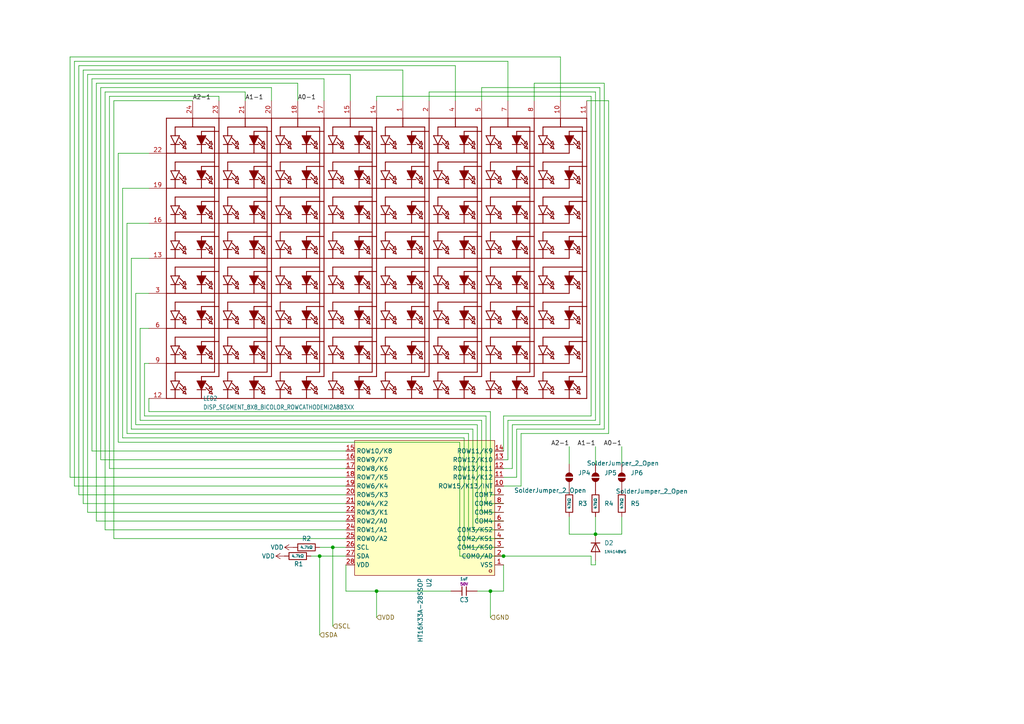
<source format=kicad_sch>
(kicad_sch (version 20250114) (generator "eeschema") (generator_version "9.0")
  (paper "A4")
  (lib_symbols
    (symbol "Jumper:SolderJumper_2_Open" (pin_numbers (hide yes)) (pin_names (offset 0) (hide yes)) (in_bom no)
      (property "Reference" "JP" (at 0 2.032 0))
      (property "Value" "SolderJumper_2_Open" (at 0 -2.54 0))
      (symbol "SolderJumper_2_Open_1_1"
        (pin passive line (at -3.81 0 0) (length 2.54) (name "A") (number "1"))
        (pin passive line (at 3.81 0 180) (length 2.54) (name "B") (number "2"))
      )
    )
    (symbol "PCM_JLCPCB-Capacitors:0603,1uF" (pin_numbers (hide yes)) (pin_names (offset 0))
      (property "Reference" "C" (at 2.032 1.668 0))
      (property "Value" "1uF" (at 2.032 -0.3782 0))
      (property "Voltage Rated" "50V" (at 2.032 -2.0462 0))
      (symbol "0603,1uF_1_1"
        (pin passive line (at 0 3.81 270) (length 3.175) (name "~") (number "1"))
        (pin passive line (at 0 -3.81 90) (length 3.175) (name "~") (number "2"))
      )
    )
    (symbol "PCM_JLCPCB-Diodes:Switching,1N4148WS" (pin_numbers (hide yes)) (pin_names (offset 0))
      (property "Reference" "D" (at 2.032 0.834 0))
      (property "Value" "1N4148WS" (at 2.032 -1.2122 0))
      (symbol "Switching,1N4148WS_1_1"
        (pin passive line (at 0 3.81 270) (length 3.81) (name "~") (number "2"))
        (pin passive line (at 0 -3.81 90) (length 3.81) (name "~") (number "1"))
      )
    )
    (symbol "PCM_JLCPCB-Resistors:0603,4.7kΩ" (pin_numbers (hide yes)) (pin_names (offset 0))
      (property "Reference" "R" (at 1.778 0 0))
      (property "Value" "4.7kΩ" (at 0 0 90))
      (symbol "0603,4.7kΩ_1_1"
        (pin passive line (at 0 3.81 270) (length 1.27) (name "~") (number "1"))
        (pin passive line (at 0 -3.81 90) (length 1.27) (name "~") (number "2"))
      )
    )
    (symbol "PCM_JLCPCB-Resistors:0603,47kΩ" (pin_numbers (hide yes)) (pin_names (offset 0))
      (property "Reference" "R" (at 1.778 0 0))
      (property "Value" "47kΩ" (at 0 0 90))
      (symbol "0603,47kΩ_1_1"
        (pin passive line (at 0 3.81 270) (length 1.27) (name "~") (number "1"))
        (pin passive line (at 0 -3.81 90) (length 1.27) (name "~") (number "2"))
      )
    )
    (symbol "custom:DISP_SEGMENT_8X8_BICOLOR_ROWCATHODEMI2A883XX"
      (property "Reference" "LED2" (at -60.96 43.18 0))
      (property "Value" "DISP_SEGMENT_8X8_BICOLOR_ROWCATHODEMI2A883XX" (at -60.96 -43.18 0))
      (symbol "DISP_SEGMENT_8X8_BICOLOR_ROWCATHODEMI2A883XX_1_0"
        (pin bidirectional line (at -66.04 30.48 0) (length 5.08) (name "K1") (number "22"))
        (pin bidirectional line (at -66.04 20.32 0) (length 5.08) (name "K2") (number "19"))
        (pin bidirectional line (at -66.04 10.16 0) (length 5.08) (name "K3") (number "16"))
        (pin bidirectional line (at -66.04 0 0) (length 5.08) (name "K4") (number "13"))
        (pin bidirectional line (at -66.04 -10.16 0) (length 5.08) (name "K5") (number "3"))
        (pin bidirectional line (at -66.04 -20.32 0) (length 5.08) (name "K6") (number "6"))
        (pin bidirectional line (at -66.04 -30.48 0) (length 5.08) (name "K7") (number "9"))
        (pin bidirectional line (at -66.04 -40.64 0) (length 5.08) (name "K8") (number "12"))
        (pin bidirectional line (at -53.34 45.72 270) (length 5.08) (name "A1") (number "24"))
        (pin bidirectional line (at -45.72 45.72 270) (length 5.08) (name "A2") (number "23"))
        (pin bidirectional line (at -38.1 45.72 270) (length 5.08) (name "A3") (number "21"))
        (pin bidirectional line (at -30.48 45.72 270) (length 5.08) (name "A4") (number "20"))
        (pin bidirectional line (at -22.86 45.72 270) (length 5.08) (name "A5") (number "18"))
        (pin bidirectional line (at -15.24 45.72 270) (length 5.08) (name "A6") (number "17"))
        (pin bidirectional line (at -7.62 45.72 270) (length 5.08) (name "A7") (number "15"))
        (pin bidirectional line (at 0 45.72 270) (length 5.08) (name "A8") (number "14"))
        (pin bidirectional line (at 7.62 45.72 270) (length 5.08) (name "A9") (number "1"))
        (pin bidirectional line (at 15.24 45.72 270) (length 5.08) (name "A10") (number "2"))
        (pin bidirectional line (at 22.86 45.72 270) (length 5.08) (name "A11") (number "4"))
        (pin bidirectional line (at 30.48 45.72 270) (length 5.08) (name "A12") (number "5"))
        (pin bidirectional line (at 38.1 45.72 270) (length 5.08) (name "A13") (number "7"))
        (pin bidirectional line (at 45.72 45.72 270) (length 5.08) (name "A14") (number "8"))
        (pin bidirectional line (at 53.34 45.72 270) (length 5.08) (name "A15") (number "10"))
        (pin bidirectional line (at 60.96 45.72 270) (length 5.08) (name "A16") (number "11"))
      )
    )
    (symbol "easyeda2kicad:HT16K33A-28SOP"
      (property "Reference" "U" (at 0 22.86 0))
      (property "Value" "HT16K33A-28SOP" (at 0 -20.32 0))
      (symbol "HT16K33A-28SOP_0_1"
        (pin unspecified line (at -22.86 17.78 0) (length 2.54) (name "VSS") (number "1"))
        (pin unspecified line (at -22.86 15.24 0) (length 2.54) (name "COM0/AD") (number "2"))
        (pin unspecified line (at -22.86 12.7 0) (length 2.54) (name "COM1/KS0") (number "3"))
        (pin unspecified line (at -22.86 10.16 0) (length 2.54) (name "COM2/KS1") (number "4"))
        (pin unspecified line (at -22.86 7.62 0) (length 2.54) (name "COM3/KS2") (number "5"))
        (pin unspecified line (at -22.86 5.08 0) (length 2.54) (name "COM4") (number "6"))
        (pin unspecified line (at -22.86 2.54 0) (length 2.54) (name "COM5") (number "7"))
        (pin unspecified line (at -22.86 0 0) (length 2.54) (name "COM6") (number "8"))
        (pin unspecified line (at -22.86 -2.54 0) (length 2.54) (name "COM7") (number "9"))
        (pin unspecified line (at -22.86 -5.08 0) (length 2.54) (name "ROW15/K13/INT") (number "10"))
        (pin unspecified line (at -22.86 -7.62 0) (length 2.54) (name "ROW14/K12") (number "11"))
        (pin unspecified line (at -22.86 -10.16 0) (length 2.54) (name "ROW13/K11") (number "12"))
        (pin unspecified line (at -22.86 -12.7 0) (length 2.54) (name "ROW12/K10") (number "13"))
        (pin unspecified line (at -22.86 -15.24 0) (length 2.54) (name "ROW11/K9") (number "14"))
        (pin unspecified line (at 22.86 17.78 180) (length 2.54) (name "VDD") (number "28"))
        (pin unspecified line (at 22.86 15.24 180) (length 2.54) (name "SDA") (number "27"))
        (pin unspecified line (at 22.86 12.7 180) (length 2.54) (name "SCL") (number "26"))
        (pin unspecified line (at 22.86 10.16 180) (length 2.54) (name "ROW0/A2") (number "25"))
        (pin unspecified line (at 22.86 7.62 180) (length 2.54) (name "ROW1/A1") (number "24"))
        (pin unspecified line (at 22.86 5.08 180) (length 2.54) (name "ROW2/A0") (number "23"))
        (pin unspecified line (at 22.86 2.54 180) (length 2.54) (name "ROW3/K1") (number "22"))
        (pin unspecified line (at 22.86 0 180) (length 2.54) (name "ROW4/K2") (number "21"))
        (pin unspecified line (at 22.86 -2.54 180) (length 2.54) (name "ROW5/K3") (number "20"))
        (pin unspecified line (at 22.86 -5.08 180) (length 2.54) (name "ROW6/K4") (number "19"))
        (pin unspecified line (at 22.86 -7.62 180) (length 2.54) (name "ROW7/K5") (number "18"))
        (pin unspecified line (at 22.86 -10.16 180) (length 2.54) (name "ROW8/K6") (number "17"))
        (pin unspecified line (at 22.86 -12.7 180) (length 2.54) (name "ROW9/K7") (number "16"))
        (pin unspecified line (at 22.86 -15.24 180) (length 2.54) (name "ROW10/K8") (number "15"))
      )
    )
    (symbol "power:VDD" (power) (pin_numbers (hide yes)) (pin_names (offset 0) (hide yes))
      (property "Value" "VDD" (at 0 3.556 0))
      (symbol "VDD_1_1"
        (pin power_in line (at 0 0 90) (length 0) (name "~") (number "1"))
      )
    )
  )
  (junction (at 142.24 171.45))
  (junction (at 109.22 171.45))
  (junction (at 146.05 161.29))
  (junction (at 172.72 154.94))
  (junction (at 92.71 161.29))
  (junction (at 96.52 158.75))
  (wire (pts (xy 101.6 21.59) (xy 25.4 21.59)))
  (wire (pts (xy 36.83 64.77) (xy 36.83 125.73)))
  (wire (pts (xy 20.32 16.51) (xy 20.32 138.43)))
  (wire (pts (xy 29.21 25.4) (xy 29.21 133.35)))
  (wire (pts (xy 63.5 27.94) (xy 63.5 29.21)))
  (wire (pts (xy 134.62 158.75) (xy 146.05 158.75)))
  (wire (pts (xy 90.17 161.29) (xy 92.71 161.29)))
  (wire (pts (xy 40.64 121.92) (xy 139.7 121.92)))
  (wire (pts (xy 39.37 123.19) (xy 138.43 123.19)))
  (wire (pts (xy 43.18 74.93) (xy 38.1 74.93)))
  (wire (pts (xy 24.13 146.05) (xy 100.33 146.05)))
  (wire (pts (xy 132.08 29.21) (xy 132.08 19.05)))
  (wire (pts (xy 139.7 121.92) (xy 139.7 148.59)))
  (wire (pts (xy 148.59 135.89) (xy 146.05 135.89)))
  (wire (pts (xy 138.43 123.19) (xy 138.43 151.13)))
  (wire (pts (xy 26.67 130.81) (xy 100.33 130.81)))
  (wire (pts (xy 175.26 24.13) (xy 175.26 124.46)))
  (wire (pts (xy 109.22 27.94) (xy 171.45 27.94)))
  (wire (pts (xy 92.71 161.29) (xy 92.71 184.15)))
  (wire (pts (xy 86.36 24.13) (xy 86.36 29.21)))
  (wire (pts (xy 92.71 158.75) (xy 96.52 158.75)))
  (wire (pts (xy 133.35 128.27) (xy 133.35 161.29)))
  (wire (pts (xy 31.75 27.94) (xy 31.75 135.89)))
  (wire (pts (xy 149.86 124.46) (xy 149.86 138.43)))
  (wire (pts (xy 31.75 135.89) (xy 100.33 135.89)))
  (wire (pts (xy 171.45 161.29) (xy 146.05 161.29)))
  (wire (pts (xy 38.1 124.46) (xy 137.16 124.46)))
  (wire (pts (xy 43.18 105.41) (xy 41.91 105.41)))
  (wire (pts (xy 25.4 21.59) (xy 25.4 148.59)))
  (wire (pts (xy 176.53 125.73) (xy 151.13 125.73)))
  (wire (pts (xy 27.94 24.13) (xy 27.94 151.13)))
  (wire (pts (xy 109.22 171.45) (xy 130.81 171.45)))
  (wire (pts (xy 109.22 29.21) (xy 109.22 27.94)))
  (wire (pts (xy 93.98 22.86) (xy 26.67 22.86)))
  (wire (pts (xy 139.7 25.4) (xy 173.99 25.4)))
  (wire (pts (xy 116.84 20.32) (xy 24.13 20.32)))
  (wire (pts (xy 146.05 120.65) (xy 146.05 130.81)))
  (wire (pts (xy 34.29 44.45) (xy 34.29 128.27)))
  (wire (pts (xy 96.52 158.75) (xy 100.33 158.75)))
  (wire (pts (xy 165.1 129.54) (xy 165.1 134.62)))
  (wire (pts (xy 176.53 29.21) (xy 176.53 125.73)))
  (wire (pts (xy 171.45 120.65) (xy 146.05 120.65)))
  (wire (pts (xy 43.18 95.25) (xy 40.64 95.25)))
  (wire (pts (xy 33.02 29.21) (xy 33.02 156.21)))
  (wire (pts (xy 135.89 156.21) (xy 146.05 156.21)))
  (wire (pts (xy 142.24 119.38) (xy 142.24 143.51)))
  (wire (pts (xy 133.35 161.29) (xy 146.05 161.29)))
  (wire (pts (xy 147.32 17.78) (xy 21.59 17.78)))
  (wire (pts (xy 21.59 140.97) (xy 100.33 140.97)))
  (wire (pts (xy 55.88 29.21) (xy 33.02 29.21)))
  (wire (pts (xy 35.56 54.61) (xy 35.56 127)))
  (wire (pts (xy 43.18 119.38) (xy 142.24 119.38)))
  (wire (pts (xy 109.22 171.45) (xy 109.22 179.07)))
  (wire (pts (xy 162.56 29.21) (xy 162.56 16.51)))
  (wire (pts (xy 172.72 121.92) (xy 147.32 121.92)))
  (wire (pts (xy 36.83 125.73) (xy 135.89 125.73)))
  (wire (pts (xy 139.7 29.21) (xy 139.7 25.4)))
  (wire (pts (xy 86.36 24.13) (xy 27.94 24.13)))
  (wire (pts (xy 165.1 154.94) (xy 165.1 149.86)))
  (wire (pts (xy 154.94 29.21) (xy 154.94 24.13)))
  (wire (pts (xy 20.32 138.43) (xy 100.33 138.43)))
  (wire (pts (xy 27.94 151.13) (xy 100.33 151.13)))
  (wire (pts (xy 172.72 129.54) (xy 172.72 134.62)))
  (wire (pts (xy 140.97 146.05) (xy 146.05 146.05)))
  (wire (pts (xy 43.18 85.09) (xy 39.37 85.09)))
  (wire (pts (xy 30.48 26.67) (xy 30.48 153.67)))
  (wire (pts (xy 22.86 143.51) (xy 100.33 143.51)))
  (wire (pts (xy 92.71 161.29) (xy 100.33 161.29)))
  (wire (pts (xy 172.72 26.67) (xy 172.72 121.92)))
  (wire (pts (xy 172.72 162.56) (xy 172.72 163.83)))
  (wire (pts (xy 137.16 153.67) (xy 146.05 153.67)))
  (wire (pts (xy 172.72 154.94) (xy 180.34 154.94)))
  (wire (pts (xy 41.91 105.41) (xy 41.91 120.65)))
  (wire (pts (xy 162.56 16.51) (xy 20.32 16.51)))
  (wire (pts (xy 41.91 120.65) (xy 140.97 120.65)))
  (wire (pts (xy 146.05 138.43) (xy 149.86 138.43)))
  (wire (pts (xy 132.08 19.05) (xy 22.86 19.05)))
  (wire (pts (xy 135.89 125.73) (xy 135.89 156.21)))
  (wire (pts (xy 101.6 29.21) (xy 101.6 21.59)))
  (wire (pts (xy 33.02 156.21) (xy 100.33 156.21)))
  (wire (pts (xy 43.18 64.77) (xy 36.83 64.77)))
  (wire (pts (xy 116.84 29.21) (xy 116.84 20.32)))
  (wire (pts (xy 142.24 171.45) (xy 146.05 171.45)))
  (wire (pts (xy 173.99 25.4) (xy 173.99 123.19)))
  (wire (pts (xy 93.98 29.21) (xy 93.98 22.86)))
  (wire (pts (xy 26.67 22.86) (xy 26.67 130.81)))
  (wire (pts (xy 147.32 133.35) (xy 146.05 133.35)))
  (wire (pts (xy 173.99 123.19) (xy 148.59 123.19)))
  (wire (pts (xy 138.43 151.13) (xy 146.05 151.13)))
  (wire (pts (xy 154.94 24.13) (xy 175.26 24.13)))
  (wire (pts (xy 142.24 143.51) (xy 146.05 143.51)))
  (wire (pts (xy 180.34 129.54) (xy 180.34 134.62)))
  (wire (pts (xy 139.7 148.59) (xy 146.05 148.59)))
  (wire (pts (xy 22.86 19.05) (xy 22.86 143.51)))
  (wire (pts (xy 172.72 163.83) (xy 171.45 163.83)))
  (wire (pts (xy 78.74 29.21) (xy 78.74 25.4)))
  (wire (pts (xy 180.34 154.94) (xy 180.34 149.86)))
  (wire (pts (xy 146.05 171.45) (xy 146.05 163.83)))
  (wire (pts (xy 24.13 20.32) (xy 24.13 146.05)))
  (wire (pts (xy 39.37 85.09) (xy 39.37 123.19)))
  (wire (pts (xy 29.21 133.35) (xy 100.33 133.35)))
  (wire (pts (xy 124.46 26.67) (xy 172.72 26.67)))
  (wire (pts (xy 38.1 74.93) (xy 38.1 124.46)))
  (wire (pts (xy 34.29 128.27) (xy 133.35 128.27)))
  (wire (pts (xy 147.32 29.21) (xy 147.32 17.78)))
  (wire (pts (xy 147.32 121.92) (xy 147.32 133.35)))
  (wire (pts (xy 30.48 153.67) (xy 100.33 153.67)))
  (wire (pts (xy 71.12 29.21) (xy 71.12 26.67)))
  (wire (pts (xy 21.59 17.78) (xy 21.59 140.97)))
  (wire (pts (xy 35.56 127) (xy 134.62 127)))
  (wire (pts (xy 138.43 171.45) (xy 142.24 171.45)))
  (wire (pts (xy 100.33 171.45) (xy 109.22 171.45)))
  (wire (pts (xy 63.5 27.94) (xy 31.75 27.94)))
  (wire (pts (xy 43.18 119.38) (xy 43.18 115.57)))
  (wire (pts (xy 134.62 127) (xy 134.62 158.75)))
  (wire (pts (xy 40.64 95.25) (xy 40.64 121.92)))
  (wire (pts (xy 151.13 140.97) (xy 146.05 140.97)))
  (wire (pts (xy 142.24 171.45) (xy 142.24 179.07)))
  (wire (pts (xy 151.13 125.73) (xy 151.13 140.97)))
  (wire (pts (xy 175.26 124.46) (xy 149.86 124.46)))
  (wire (pts (xy 171.45 27.94) (xy 171.45 120.65)))
  (wire (pts (xy 140.97 120.65) (xy 140.97 146.05)))
  (wire (pts (xy 96.52 158.75) (xy 96.52 181.61)))
  (wire (pts (xy 78.74 25.4) (xy 29.21 25.4)))
  (wire (pts (xy 43.18 44.45) (xy 34.29 44.45)))
  (wire (pts (xy 100.33 163.83) (xy 100.33 171.45)))
  (wire (pts (xy 124.46 29.21) (xy 124.46 26.67)))
  (wire (pts (xy 172.72 154.94) (xy 165.1 154.94)))
  (wire (pts (xy 137.16 124.46) (xy 137.16 153.67)))
  (wire (pts (xy 71.12 26.67) (xy 30.48 26.67)))
  (wire (pts (xy 171.45 161.29) (xy 171.45 163.83)))
  (wire (pts (xy 43.18 54.61) (xy 35.56 54.61)))
  (wire (pts (xy 25.4 148.59) (xy 100.33 148.59)))
  (wire (pts (xy 148.59 123.19) (xy 148.59 135.89)))
  (wire (pts (xy 172.72 149.86) (xy 172.72 154.94)))
  (wire (pts (xy 170.18 29.21) (xy 176.53 29.21)))
  (label "A0-1" (at 180.34 129.54 180))
  (label "A2-1" (at 55.88 29.21 0))
  (label "A2-1" (at 165.1 129.54 180))
  (label "A0-1" (at 86.36 29.21 0))
  (label "A1-1" (at 172.72 129.54 180))
  (label "A1-1" (at 71.12 29.21 0))
  (hierarchical_label "VDD" (shape input) (at 109.22 179.07 0))
  (hierarchical_label "GND" (shape input) (at 142.24 179.07 0))
  (hierarchical_label "SCL" (shape input) (at 96.52 181.61 0))
  (hierarchical_label "SDA" (shape input) (at 92.71 184.15 0))
  (symbol (lib_id "custom:DISP_SEGMENT_8X8_BICOLOR_ROWCATHODEMI2A883XX") (at 109.22 74.93 0) (unit 1)
    (property "Reference" "LED1" (at 58.928 115.57 0) (effects (font (size 1.27 1.0795)) (justify left)))
    (property "Value" "DISP_SEGMENT_8X8_BICOLOR_ROWCATHODEMI2A883XX" (at 58.928 118.11 0) (effects (font (size 1.27 1.0795)) (justify left)))
    (property "Footprint" "custom:SEGMENT_BICOL_BL-M12A883XX" (effects (hide yes)))
    (instances (project "bicolour-matrix" (path "" (reference "LED2") (unit 1)) (path "" (reference "LED3") (unit 1)) (path "" (reference "LED4") (unit 1)) (path "" (reference "LED1") (unit 1))))
  )
  (symbol (lib_id "PCM_JLCPCB-Resistors:0603,4.7kΩ") (at 88.9 158.75 90) (unit 1)
    (property "Reference" "R8" (at 88.9 156.21 90))
    (property "Value" "4.7kΩ" (at 88.9 158.75 90) (effects (font (size 0.8 0.8))))
    (property "Footprint" "PCM_JLCPCB:R_0603" (effects (hide yes)))
    (property "Datasheet" "https://www.lcsc.com/datasheet/lcsc_datasheet_2206010116_UNI-ROYAL-Uniroyal-Elec-0603WAF4701T5E_C23162.pdf" (effects (hide yes)))
    (property "Description" "100mW Thick Film Resistors 75V ±100ppm/°C ±1% 4.7kΩ 0603 Chip Resistor - Surface Mount ROHS" (effects (hide yes)))
    (property "LCSC" "C23162" (effects (hide yes)))
    (property "Stock" "10292357" (effects (hide yes)))
    (property "Price" "0.004USD" (effects (hide yes)))
    (property "Process" "SMT" (effects (hide yes)))
    (property "Minimum Qty" "20" (effects (hide yes)))
    (property "Attrition Qty" "10" (effects (hide yes)))
    (property "Class" "Basic Component" (effects (hide yes)))
    (property "Category" "Resistors,Chip Resistor - Surface Mount" (effects (hide yes)))
    (property "Manufacturer" "UNI-ROYAL(Uniroyal Elec)" (effects (hide yes)))
    (property "Part" "0603WAF4701T5E" (effects (hide yes)))
    (property "Resistance" "4.7kΩ" (effects (hide yes)))
    (property "Power(Watts)" "100mW" (effects (hide yes)))
    (property "Type" "Thick Film Resistors" (effects (hide yes)))
    (property "Overload Voltage (Max)" "75V" (effects (hide yes)))
    (property "Operating Temperature Range" "-55°C~+155°C" (effects (hide yes)))
    (property "Tolerance" "±1%" (effects (hide yes)))
    (property "Temperature Coefficient" "±100ppm/°C" (effects (hide yes)))
    (instances (project "bicolour-matrix" (path "" (reference "R2") (unit 1)) (path "" (reference "R12") (unit 1)) (path "" (reference "R17") (unit 1)) (path "" (reference "R8") (unit 1))))
  )
  (symbol (lib_id "PCM_JLCPCB-Capacitors:0603,1uF") (at 134.62 171.45 90) (unit 1)
    (property "Reference" "C2" (at 134.62 173.99 90))
    (property "Value" "1uF" (at 134.62 167.894 90) (effects (font (size 0.8 0.8))))
    (property "Footprint" "PCM_JLCPCB:C_0603" (effects (hide yes)))
    (property "Datasheet" "https://www.lcsc.com/datasheet/lcsc_datasheet_2304140030_Samsung-Electro-Mechanics-CL10A105KB8NNNC_C15849.pdf" (effects (hide yes)))
    (property "Description" "50V 1uF X5R ±10% 0603 Multilayer Ceramic Capacitors MLCC - SMD/SMT ROHS" (effects (hide yes)))
    (property "LCSC" "C15849" (effects (hide yes)))
    (property "Stock" "17459931" (effects (hide yes)))
    (property "Price" "0.008USD" (effects (hide yes)))
    (property "Process" "SMT" (effects (hide yes)))
    (property "Minimum Qty" "20" (effects (hide yes)))
    (property "Attrition Qty" "10" (effects (hide yes)))
    (property "Class" "Basic Component" (effects (hide yes)))
    (property "Category" "Capacitors,Multilayer Ceramic Capacitors MLCC - SMD/SMT" (effects (hide yes)))
    (property "Manufacturer" "Samsung Electro-Mechanics" (effects (hide yes)))
    (property "Part" "CL10A105KB8NNNC" (effects (hide yes)))
    (property "Voltage Rated" "50V" (at 134.62 169.418 90) (effects (font (size 0.8 0.8))))
    (property "Tolerance" "±10%" (effects (hide yes)))
    (property "Capacitance" "1uF" (effects (hide yes)))
    (property "Temperature Coefficient" "X5R" (effects (hide yes)))
    (instances (project "bicolour-matrix" (path "" (reference "C3") (unit 1)) (path "" (reference "C4") (unit 1)) (path "" (reference "C5") (unit 1)) (path "" (reference "C2") (unit 1))))
  )
  (symbol (lib_id "easyeda2kicad:HT16K33A-28SOP") (at 123.19 146.05 180) (unit 1)
    (property "Reference" "U1" (at 124.4601 167.64 90) (effects (justify left)))
    (property "Value" "HT16K33A-28SSOP" (at 121.9201 167.64 90) (effects (justify left)))
    (property "Footprint" "Package_SO:SSOP-28_3.9x9.9mm_P0.635mm" (effects (hide yes)))
    (property "LCSC Part" "C5444738" (effects (hide yes)))
    (instances (project "bicolour-matrix" (path "" (reference "U2") (unit 1)) (path "" (reference "U3") (unit 1)) (path "" (reference "U4") (unit 1)) (path "" (reference "U1") (unit 1))))
  )
  (symbol (lib_id "power:VDD") (at 82.55 161.29 90) (unit 1)
    (property "Reference" "#PWR04" (effects (hide yes)))
    (property "Value" "VDD" (at 79.756 161.29 90) (effects (justify left)))
    (property "Description" "Power symbol creates a global label with name \"VDD\"" (effects (hide yes)))
    (instances (project "bicolour-matrix" (path "" (reference "#PWR05") (unit 1)) (path "" (reference "#PWR012") (unit 1)) (path "" (reference "#PWR016") (unit 1)) (path "" (reference "#PWR04") (unit 1))))
  )
  (symbol (lib_id "PCM_JLCPCB-Resistors:0603,47kΩ") (at 180.34 146.05 0) (unit 1)
    (property "Reference" "R10" (at 182.88 146.0499 0) (effects (justify left)))
    (property "Value" "47kΩ" (at 180.34 146.05 90) (effects (font (size 0.8 0.8))))
    (property "Footprint" "PCM_JLCPCB:R_0603" (effects (hide yes)))
    (property "Datasheet" "https://www.lcsc.com/datasheet/lcsc_datasheet_2206010045_UNI-ROYAL-Uniroyal-Elec-0603WAF4702T5E_C25819.pdf" (effects (hide yes)))
    (property "Description" "100mW Thick Film Resistors 75V ±100ppm/°C ±1% 47kΩ 0603 Chip Resistor - Surface Mount ROHS" (effects (hide yes)))
    (property "LCSC" "C25819" (effects (hide yes)))
    (property "Stock" "2300102" (effects (hide yes)))
    (property "Price" "0.004USD" (effects (hide yes)))
    (property "Process" "SMT" (effects (hide yes)))
    (property "Minimum Qty" "20" (effects (hide yes)))
    (property "Attrition Qty" "10" (effects (hide yes)))
    (property "Class" "Basic Component" (effects (hide yes)))
    (property "Category" "Resistors,Chip Resistor - Surface Mount" (effects (hide yes)))
    (property "Manufacturer" "UNI-ROYAL(Uniroyal Elec)" (effects (hide yes)))
    (property "Part" "0603WAF4702T5E" (effects (hide yes)))
    (property "Resistance" "47kΩ" (effects (hide yes)))
    (property "Power(Watts)" "100mW" (effects (hide yes)))
    (property "Type" "Thick Film Resistors" (effects (hide yes)))
    (property "Overload Voltage (Max)" "75V" (effects (hide yes)))
    (property "Operating Temperature Range" "-55°C~+155°C" (effects (hide yes)))
    (property "Tolerance" "±1%" (effects (hide yes)))
    (property "Temperature Coefficient" "±100ppm/°C" (effects (hide yes)))
    (instances (project "bicolour-matrix" (path "" (reference "R5") (unit 1)) (path "" (reference "R15") (unit 1)) (path "" (reference "R20") (unit 1)) (path "" (reference "R10") (unit 1))))
  )
  (symbol (lib_id "Jumper:SolderJumper_2_Open") (at 165.1 138.43 90) (unit 1) (in_bom no)
    (property "Reference" "JP3" (at 167.64 137.1599 90) (effects (justify right)))
    (property "Value" "SolderJumper_2_Open" (at 149.098 142.24 90) (effects (justify right)))
    (property "Footprint" "Jumper:SolderJumper-2_P1.3mm_Open_RoundedPad1.0x1.5mm" (effects (hide yes)))
    (property "Description" "Solder Jumper, 2-pole, open" (effects (hide yes)))
    (instances (project "bicolour-matrix" (path "" (reference "JP4") (unit 1)) (path "" (reference "JP7") (unit 1)) (path "" (reference "JP10") (unit 1)) (path "" (reference "JP3") (unit 1))))
  )
  (symbol (lib_id "PCM_JLCPCB-Diodes:Switching,1N4148WS") (at 172.72 158.75 180) (unit 1)
    (property "Reference" "D1" (at 175.26 157.4799 0) (effects (justify right)))
    (property "Value" "1N4148WS" (at 175.26 160.02 0) (effects (font (size 0.8 0.8)) (justify right)))
    (property "Footprint" "PCM_JLCPCB:D_SOD-323" (effects (hide yes)))
    (property "Datasheet" "https://www.lcsc.com/datasheet/lcsc_datasheet_1810101110_Jiangsu-Changjing-Electronics-Technology-Co---Ltd--1N4148WS_C2128.pdf" (effects (hide yes)))
    (property "Description" "100V Independent Type 1.25V@150mA 4ns 150mA SOD-323 Switching Diodes ROHS" (effects (hide yes)))
    (property "LCSC" "C2128" (effects (hide yes)))
    (property "Stock" "2598501" (effects (hide yes)))
    (property "Price" "0.012USD" (effects (hide yes)))
    (property "Process" "SMT" (effects (hide yes)))
    (property "Minimum Qty" "20" (effects (hide yes)))
    (property "Attrition Qty" "10" (effects (hide yes)))
    (property "Class" "Basic Component" (effects (hide yes)))
    (property "Category" "Diodes,Switching Diode" (effects (hide yes)))
    (property "Manufacturer" "Changjiang Electronics Tech (CJ)" (effects (hide yes)))
    (property "Part" "1N4148WS" (effects (hide yes)))
    (property "Rectified Current" "150mA" (effects (hide yes)))
    (property "Forward Voltage (Vf@If)" "1.25V@150mA" (effects (hide yes)))
    (property "Reverse Voltage (Vr)" "100V" (effects (hide yes)))
    (property "Reverse Recovery Time (trr)" "4ns" (effects (hide yes)))
    (property "Diode Configuration" "Independent Type" (effects (hide yes)))
    (property "Reverse Leakage Current" "1uA@75V" (effects (hide yes)))
    (instances (project "bicolour-matrix" (path "" (reference "D2") (unit 1)) (path "" (reference "D3") (unit 1)) (path "" (reference "D4") (unit 1)) (path "" (reference "D1") (unit 1))))
  )
  (symbol (lib_id "PCM_JLCPCB-Resistors:0603,4.7kΩ") (at 86.36 161.29 90) (unit 1)
    (property "Reference" "R7" (at 86.614 163.576 90))
    (property "Value" "4.7kΩ" (at 86.36 161.29 90) (effects (font (size 0.8 0.8))))
    (property "Footprint" "PCM_JLCPCB:R_0603" (effects (hide yes)))
    (property "Datasheet" "https://www.lcsc.com/datasheet/lcsc_datasheet_2206010116_UNI-ROYAL-Uniroyal-Elec-0603WAF4701T5E_C23162.pdf" (effects (hide yes)))
    (property "Description" "100mW Thick Film Resistors 75V ±100ppm/°C ±1% 4.7kΩ 0603 Chip Resistor - Surface Mount ROHS" (effects (hide yes)))
    (property "LCSC" "C23162" (effects (hide yes)))
    (property "Stock" "10292357" (effects (hide yes)))
    (property "Price" "0.004USD" (effects (hide yes)))
    (property "Process" "SMT" (effects (hide yes)))
    (property "Minimum Qty" "20" (effects (hide yes)))
    (property "Attrition Qty" "10" (effects (hide yes)))
    (property "Class" "Basic Component" (effects (hide yes)))
    (property "Category" "Resistors,Chip Resistor - Surface Mount" (effects (hide yes)))
    (property "Manufacturer" "UNI-ROYAL(Uniroyal Elec)" (effects (hide yes)))
    (property "Part" "0603WAF4701T5E" (effects (hide yes)))
    (property "Resistance" "4.7kΩ" (effects (hide yes)))
    (property "Power(Watts)" "100mW" (effects (hide yes)))
    (property "Type" "Thick Film Resistors" (effects (hide yes)))
    (property "Overload Voltage (Max)" "75V" (effects (hide yes)))
    (property "Operating Temperature Range" "-55°C~+155°C" (effects (hide yes)))
    (property "Tolerance" "±1%" (effects (hide yes)))
    (property "Temperature Coefficient" "±100ppm/°C" (effects (hide yes)))
    (instances (project "bicolour-matrix" (path "" (reference "R1") (unit 1)) (path "" (reference "R6") (unit 1)) (path "" (reference "R16") (unit 1)) (path "" (reference "R7") (unit 1))))
  )
  (symbol (lib_id "PCM_JLCPCB-Resistors:0603,47kΩ") (at 165.1 146.05 0) (unit 1)
    (property "Reference" "R11" (at 167.64 146.0499 0) (effects (justify left)))
    (property "Value" "47kΩ" (at 165.1 146.05 90) (effects (font (size 0.8 0.8))))
    (property "Footprint" "PCM_JLCPCB:R_0603" (effects (hide yes)))
    (property "Datasheet" "https://www.lcsc.com/datasheet/lcsc_datasheet_2206010045_UNI-ROYAL-Uniroyal-Elec-0603WAF4702T5E_C25819.pdf" (effects (hide yes)))
    (property "Description" "100mW Thick Film Resistors 75V ±100ppm/°C ±1% 47kΩ 0603 Chip Resistor - Surface Mount ROHS" (effects (hide yes)))
    (property "LCSC" "C25819" (effects (hide yes)))
    (property "Stock" "2300102" (effects (hide yes)))
    (property "Price" "0.004USD" (effects (hide yes)))
    (property "Process" "SMT" (effects (hide yes)))
    (property "Minimum Qty" "20" (effects (hide yes)))
    (property "Attrition Qty" "10" (effects (hide yes)))
    (property "Class" "Basic Component" (effects (hide yes)))
    (property "Category" "Resistors,Chip Resistor - Surface Mount" (effects (hide yes)))
    (property "Manufacturer" "UNI-ROYAL(Uniroyal Elec)" (effects (hide yes)))
    (property "Part" "0603WAF4702T5E" (effects (hide yes)))
    (property "Resistance" "47kΩ" (effects (hide yes)))
    (property "Power(Watts)" "100mW" (effects (hide yes)))
    (property "Type" "Thick Film Resistors" (effects (hide yes)))
    (property "Overload Voltage (Max)" "75V" (effects (hide yes)))
    (property "Operating Temperature Range" "-55°C~+155°C" (effects (hide yes)))
    (property "Tolerance" "±1%" (effects (hide yes)))
    (property "Temperature Coefficient" "±100ppm/°C" (effects (hide yes)))
    (instances (project "bicolour-matrix" (path "" (reference "R3") (unit 1)) (path "" (reference "R13") (unit 1)) (path "" (reference "R18") (unit 1)) (path "" (reference "R11") (unit 1))))
  )
  (symbol (lib_id "power:VDD") (at 85.09 158.75 90) (unit 1)
    (property "Reference" "#PWR03" (effects (hide yes)))
    (property "Value" "VDD" (at 82.296 158.75 90) (effects (justify left)))
    (property "Description" "Power symbol creates a global label with name \"VDD\"" (effects (hide yes)))
    (instances (project "bicolour-matrix" (path "" (reference "#PWR06") (unit 1)) (path "" (reference "#PWR013") (unit 1)) (path "" (reference "#PWR018") (unit 1)) (path "" (reference "#PWR03") (unit 1))))
  )
  (symbol (lib_id "Jumper:SolderJumper_2_Open") (at 172.72 138.43 90) (unit 1) (in_bom no)
    (property "Reference" "JP1" (at 175.26 137.1599 90) (effects (justify right)))
    (property "Value" "SolderJumper_2_Open" (at 170.18 134.366 90) (effects (justify right)))
    (property "Footprint" "Jumper:SolderJumper-2_P1.3mm_Open_RoundedPad1.0x1.5mm" (effects (hide yes)))
    (property "Description" "Solder Jumper, 2-pole, open" (effects (hide yes)))
    (instances (project "bicolour-matrix" (path "" (reference "JP5") (unit 1)) (path "" (reference "JP8") (unit 1)) (path "" (reference "JP11") (unit 1)) (path "" (reference "JP1") (unit 1))))
  )
  (symbol (lib_id "PCM_JLCPCB-Resistors:0603,47kΩ") (at 172.72 146.05 0) (unit 1)
    (property "Reference" "R9" (at 175.26 146.0499 0) (effects (justify left)))
    (property "Value" "47kΩ" (at 172.72 146.05 90) (effects (font (size 0.8 0.8))))
    (property "Footprint" "PCM_JLCPCB:R_0603" (effects (hide yes)))
    (property "Datasheet" "https://www.lcsc.com/datasheet/lcsc_datasheet_2206010045_UNI-ROYAL-Uniroyal-Elec-0603WAF4702T5E_C25819.pdf" (effects (hide yes)))
    (property "Description" "100mW Thick Film Resistors 75V ±100ppm/°C ±1% 47kΩ 0603 Chip Resistor - Surface Mount ROHS" (effects (hide yes)))
    (property "LCSC" "C25819" (effects (hide yes)))
    (property "Stock" "2300102" (effects (hide yes)))
    (property "Price" "0.004USD" (effects (hide yes)))
    (property "Process" "SMT" (effects (hide yes)))
    (property "Minimum Qty" "20" (effects (hide yes)))
    (property "Attrition Qty" "10" (effects (hide yes)))
    (property "Class" "Basic Component" (effects (hide yes)))
    (property "Category" "Resistors,Chip Resistor - Surface Mount" (effects (hide yes)))
    (property "Manufacturer" "UNI-ROYAL(Uniroyal Elec)" (effects (hide yes)))
    (property "Part" "0603WAF4702T5E" (effects (hide yes)))
    (property "Resistance" "47kΩ" (effects (hide yes)))
    (property "Power(Watts)" "100mW" (effects (hide yes)))
    (property "Type" "Thick Film Resistors" (effects (hide yes)))
    (property "Overload Voltage (Max)" "75V" (effects (hide yes)))
    (property "Operating Temperature Range" "-55°C~+155°C" (effects (hide yes)))
    (property "Tolerance" "±1%" (effects (hide yes)))
    (property "Temperature Coefficient" "±100ppm/°C" (effects (hide yes)))
    (instances (project "bicolour-matrix" (path "" (reference "R4") (unit 1)) (path "" (reference "R14") (unit 1)) (path "" (reference "R19") (unit 1)) (path "" (reference "R9") (unit 1))))
  )
  (symbol (lib_id "Jumper:SolderJumper_2_Open") (at 180.34 138.43 90) (unit 1) (in_bom no)
    (property "Reference" "JP2" (at 182.88 137.1599 90) (effects (justify right)))
    (property "Value" "SolderJumper_2_Open" (at 178.562 142.494 90) (effects (justify right)))
    (property "Footprint" "Jumper:SolderJumper-2_P1.3mm_Open_RoundedPad1.0x1.5mm" (effects (hide yes)))
    (property "Description" "Solder Jumper, 2-pole, open" (effects (hide yes)))
    (instances (project "bicolour-matrix" (path "" (reference "JP6") (unit 1)) (path "" (reference "JP9") (unit 1)) (path "" (reference "JP12") (unit 1)) (path "" (reference "JP2") (unit 1))))
  )
)
</source>
